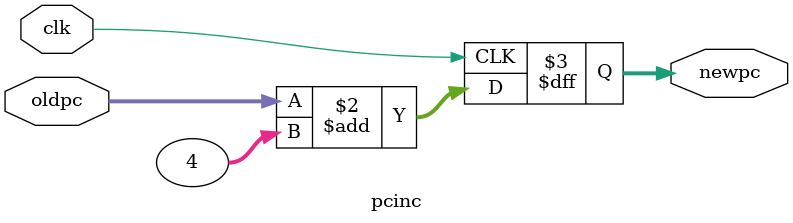
<source format=v>
module pcinc (
    input wire [31:0] oldpc,
    input wire clk,
    output reg [31:0]newpc
);
    always @(posedge clk) begin
        newpc <= oldpc + 4;
    end
endmodule
</source>
